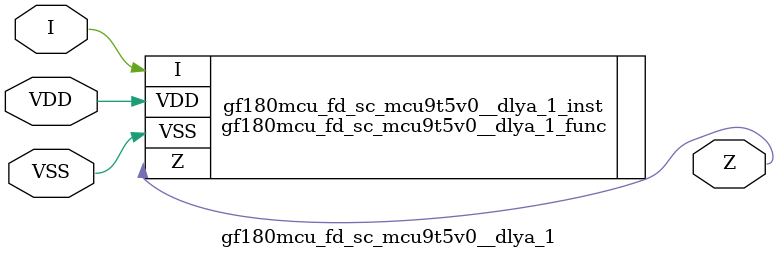
<source format=v>

module gf180mcu_fd_sc_mcu9t5v0__dlya_1( I, Z, VDD, VSS );
input I;
inout VDD, VSS;
output Z;

   `ifdef FUNCTIONAL  //  functional //

	gf180mcu_fd_sc_mcu9t5v0__dlya_1_func gf180mcu_fd_sc_mcu9t5v0__dlya_1_behav_inst(.I(I),.Z(Z),.VDD(VDD),.VSS(VSS));

   `else

	gf180mcu_fd_sc_mcu9t5v0__dlya_1_func gf180mcu_fd_sc_mcu9t5v0__dlya_1_inst(.I(I),.Z(Z),.VDD(VDD),.VSS(VSS));

	// spec_gates_begin


	// spec_gates_end



   specify

	// specify_block_begin

	// comb arc I --> Z
	 (I => Z) = (1.0,1.0);

	// specify_block_end

   endspecify

   `endif

endmodule

</source>
